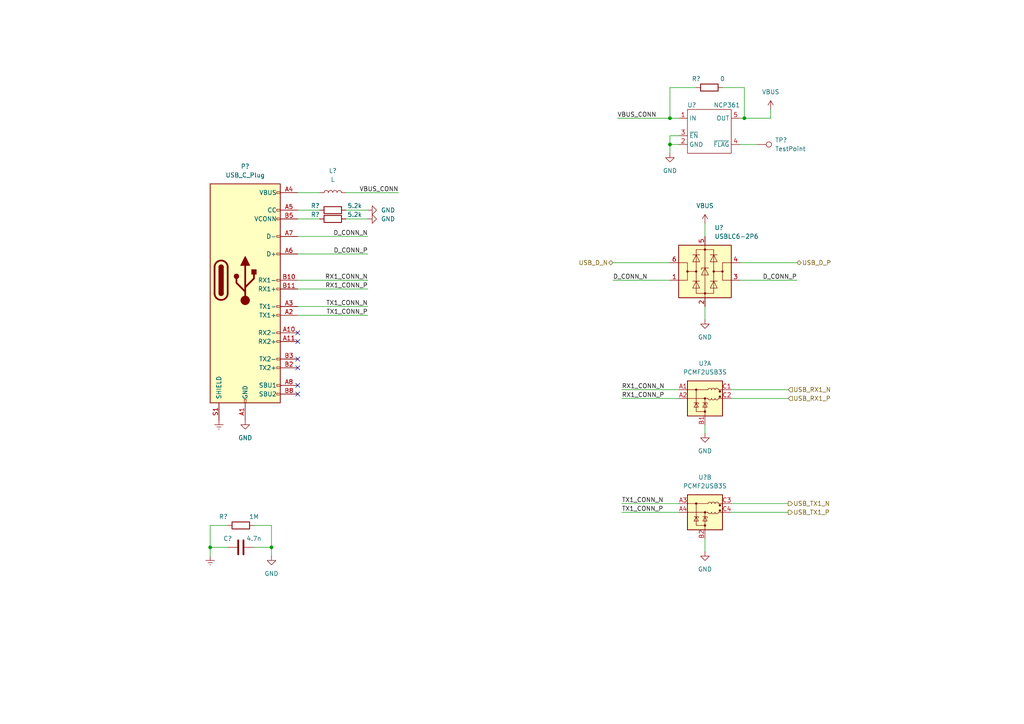
<source format=kicad_sch>
(kicad_sch (version 20211123) (generator eeschema)
  (paper "A4")
  (lib_symbols
    (symbol "Connector:TestPoint" (pin_numbers hide) (pin_names (offset 0.762) hide)
      (property "Reference" "TP" (at 0 6.858 0))
      (property "Value" "TestPoint" (at 0 5.08 0))
      (symbol "TestPoint_0_1"
        (circle (center 0 3.302) (radius 0.762))
      )
      (symbol "TestPoint_1_1"
        (pin passive line (at 0 0 90) (length 2.54) (name "1") (number "1"))
      )
    )
    (symbol "Connector:USB_C_Plug" (pin_names (offset 1.016))
      (property "Reference" "P" (at -10.16 29.21 0))
      (property "Value" "USB_C_Plug" (at 10.16 29.21 0))
      (symbol "USB_C_Plug_0_0"
        (rectangle (start -0.254 -35.56) (end 0.254 -34.544))
        (rectangle (start 10.16 -32.766) (end 9.144 -33.274))
        (rectangle (start 10.16 -30.226) (end 9.144 -30.734))
        (rectangle (start 10.16 -25.146) (end 9.144 -25.654))
        (rectangle (start 10.16 -22.606) (end 9.144 -23.114))
        (rectangle (start 10.16 -17.526) (end 9.144 -18.034))
        (rectangle (start 10.16 -14.986) (end 9.144 -15.494))
        (rectangle (start 10.16 -9.906) (end 9.144 -10.414))
        (rectangle (start 10.16 -7.366) (end 9.144 -7.874))
        (rectangle (start 10.16 -2.286) (end 9.144 -2.794))
        (rectangle (start 10.16 0.254) (end 9.144 -0.254))
        (rectangle (start 10.16 7.874) (end 9.144 7.366))
        (rectangle (start 10.16 12.954) (end 9.144 12.446))
        (rectangle (start 10.16 18.034) (end 9.144 17.526))
        (rectangle (start 10.16 20.574) (end 9.144 20.066))
        (rectangle (start 10.16 25.654) (end 9.144 25.146))
      )
      (symbol "USB_C_Plug_0_1"
        (rectangle (start -10.16 27.94) (end 10.16 -35.56) (stroke (width 0.254)) (fill (type background)))
        (arc (start -8.89 -3.81) (mid -6.985 -5.715) (end -5.08 -3.81) (stroke (width 0.508)))
        (arc (start -7.62 -3.81) (mid -6.985 -4.445) (end -6.35 -3.81) (stroke (width 0.254)))
        (arc (start -7.62 -3.81) (mid -6.985 -4.445) (end -6.35 -3.81) (stroke (width 0.254)) (fill (type outline)))
        (rectangle (start -7.62 -3.81) (end -6.35 3.81) (stroke (width 0.254)) (fill (type outline)))
        (arc (start -6.35 3.81) (mid -6.985 4.445) (end -7.62 3.81) (stroke (width 0.254)))
        (arc (start -6.35 3.81) (mid -6.985 4.445) (end -7.62 3.81) (stroke (width 0.254)) (fill (type outline)))
        (arc (start -5.08 3.81) (mid -6.985 5.715) (end -8.89 3.81) (stroke (width 0.508)))
        (polyline (pts (xy -8.89 -3.81) (xy -8.89 3.81)) (stroke (width 0.508)))
        (polyline (pts (xy -5.08 3.81) (xy -5.08 -3.81)) (stroke (width 0.508)))
      )
      (symbol "USB_C_Plug_1_1"
        (circle (center -2.54 1.143) (radius 0.635) (stroke (width 0.254)) (fill (type outline)))
        (circle (center 0 -5.842) (radius 1.27) (fill (type outline)))
        (polyline (pts (xy 0 -5.842) (xy 0 4.318)) (stroke (width 0.508)))
        (polyline (pts (xy 0 -3.302) (xy -2.54 -0.762) (xy -2.54 0.508)) (stroke (width 0.508)))
        (polyline (pts (xy 0 -2.032) (xy 2.54 0.508) (xy 2.54 1.778)) (stroke (width 0.508)))
        (polyline (pts (xy -1.27 4.318) (xy 0 6.858) (xy 1.27 4.318) (xy -1.27 4.318)) (stroke (width 0.254)) (fill (type outline)))
        (rectangle (start 1.905 1.778) (end 3.175 3.048) (stroke (width 0.254)) (fill (type outline)))
        (pin passive line (at 0 -40.64 90) (length 5.08) (name "GND") (number "A1"))
        (pin bidirectional line (at 15.24 -15.24 180) (length 5.08) (name "RX2-") (number "A10"))
        (pin bidirectional line (at 15.24 -17.78 180) (length 5.08) (name "RX2+") (number "A11"))
        (pin passive line (at 0 -40.64 90) (length 5.08) hide (name "GND") (number "A12"))
        (pin bidirectional line (at 15.24 -10.16 180) (length 5.08) (name "TX1+") (number "A2"))
        (pin bidirectional line (at 15.24 -7.62 180) (length 5.08) (name "TX1-") (number "A3"))
        (pin passive line (at 15.24 25.4 180) (length 5.08) (name "VBUS") (number "A4"))
        (pin bidirectional line (at 15.24 20.32 180) (length 5.08) (name "CC") (number "A5"))
        (pin bidirectional line (at 15.24 7.62 180) (length 5.08) (name "D+") (number "A6"))
        (pin bidirectional line (at 15.24 12.7 180) (length 5.08) (name "D-") (number "A7"))
        (pin bidirectional line (at 15.24 -30.48 180) (length 5.08) (name "SBU1") (number "A8"))
        (pin passive line (at 15.24 25.4 180) (length 5.08) hide (name "VBUS") (number "A9"))
        (pin passive line (at 0 -40.64 90) (length 5.08) hide (name "GND") (number "B1"))
        (pin bidirectional line (at 15.24 0 180) (length 5.08) (name "RX1-") (number "B10"))
        (pin bidirectional line (at 15.24 -2.54 180) (length 5.08) (name "RX1+") (number "B11"))
        (pin passive line (at 0 -40.64 90) (length 5.08) hide (name "GND") (number "B12"))
        (pin bidirectional line (at 15.24 -25.4 180) (length 5.08) (name "TX2+") (number "B2"))
        (pin bidirectional line (at 15.24 -22.86 180) (length 5.08) (name "TX2-") (number "B3"))
        (pin passive line (at 15.24 25.4 180) (length 5.08) hide (name "VBUS") (number "B4"))
        (pin bidirectional line (at 15.24 17.78 180) (length 5.08) (name "VCONN") (number "B5"))
        (pin bidirectional line (at 15.24 -33.02 180) (length 5.08) (name "SBU2") (number "B8"))
        (pin passive line (at 15.24 25.4 180) (length 5.08) hide (name "VBUS") (number "B9"))
        (pin passive line (at -7.62 -40.64 90) (length 5.08) (name "SHIELD") (number "S1"))
      )
    )
    (symbol "Device:C" (pin_numbers hide) (pin_names (offset 0.254))
      (property "Reference" "C" (at 0.635 2.54 0))
      (property "Value" "C" (at 0.635 -2.54 0))
      (symbol "C_0_1"
        (polyline (pts (xy -2.032 -0.762) (xy 2.032 -0.762)) (stroke (width 0.508)))
        (polyline (pts (xy -2.032 0.762) (xy 2.032 0.762)) (stroke (width 0.508)))
      )
      (symbol "C_1_1"
        (pin passive line (at 0 3.81 270) (length 2.794) (name "~") (number "1"))
        (pin passive line (at 0 -3.81 90) (length 2.794) (name "~") (number "2"))
      )
    )
    (symbol "Device:L" (pin_numbers hide) (pin_names (offset 1.016) hide)
      (property "Reference" "L" (at -1.27 0 90))
      (property "Value" "L" (at 1.905 0 90))
      (symbol "L_0_1"
        (arc (start 0 -2.54) (mid 0.635 -1.905) (end 0 -1.27))
        (arc (start 0 -1.27) (mid 0.635 -0.635) (end 0 0))
        (arc (start 0 0) (mid 0.635 0.635) (end 0 1.27))
        (arc (start 0 1.27) (mid 0.635 1.905) (end 0 2.54))
      )
      (symbol "L_1_1"
        (pin passive line (at 0 3.81 270) (length 1.27) (name "1") (number "1"))
        (pin passive line (at 0 -3.81 90) (length 1.27) (name "2") (number "2"))
      )
    )
    (symbol "Device:R" (pin_numbers hide) (pin_names (offset 0))
      (property "Reference" "R" (at 2.032 0 90))
      (property "Value" "R" (at 0 0 90))
      (symbol "R_0_1"
        (rectangle (start -1.016 -2.54) (end 1.016 2.54) (stroke (width 0.254)))
      )
      (symbol "R_1_1"
        (pin passive line (at 0 3.81 270) (length 1.27) (name "~") (number "1"))
        (pin passive line (at 0 -3.81 90) (length 1.27) (name "~") (number "2"))
      )
    )
    (symbol "Power_Protection:USBLC6-2P6" (pin_names hide)
      (property "Reference" "U" (at 2.54 8.89 0))
      (property "Value" "USBLC6-2P6" (at 2.54 -8.89 0))
      (symbol "USBLC6-2P6_0_1"
        (rectangle (start -7.62 -7.62) (end 7.62 7.62) (stroke (width 0.254)) (fill (type background)))
        (circle (center -5.08 0) (radius 0.254) (fill (type outline)))
        (circle (center -2.54 0) (radius 0.254) (fill (type outline)))
        (rectangle (start -2.54 6.35) (end 2.54 -6.35))
        (circle (center 0 -6.35) (radius 0.254) (fill (type outline)))
        (polyline (pts (xy -5.08 -2.54) (xy -7.62 -2.54)))
        (polyline (pts (xy -5.08 0) (xy -5.08 -2.54)))
        (polyline (pts (xy -5.08 2.54) (xy -7.62 2.54)))
        (polyline (pts (xy -1.524 -2.794) (xy -3.556 -2.794)))
        (polyline (pts (xy -1.524 4.826) (xy -3.556 4.826)))
        (polyline (pts (xy 0 -7.62) (xy 0 -6.35)))
        (polyline (pts (xy 0 -6.35) (xy 0 1.27)))
        (polyline (pts (xy 0 1.27) (xy 0 6.35)))
        (polyline (pts (xy 0 6.35) (xy 0 7.62)))
        (polyline (pts (xy 1.524 -2.794) (xy 3.556 -2.794)))
        (polyline (pts (xy 1.524 4.826) (xy 3.556 4.826)))
        (polyline (pts (xy 5.08 -2.54) (xy 7.62 -2.54)))
        (polyline (pts (xy 5.08 0) (xy 5.08 -2.54)))
        (polyline (pts (xy 5.08 2.54) (xy 7.62 2.54)))
        (polyline (pts (xy -2.54 0) (xy -5.08 0) (xy -5.08 2.54)))
        (polyline (pts (xy 2.54 0) (xy 5.08 0) (xy 5.08 2.54)))
        (polyline (pts (xy -3.556 -4.826) (xy -1.524 -4.826) (xy -2.54 -2.794) (xy -3.556 -4.826)))
        (polyline (pts (xy -3.556 2.794) (xy -1.524 2.794) (xy -2.54 4.826) (xy -3.556 2.794)))
        (polyline (pts (xy -1.016 -1.016) (xy 1.016 -1.016) (xy 0 1.016) (xy -1.016 -1.016)))
        (polyline (pts (xy 1.016 1.016) (xy 0.762 1.016) (xy -1.016 1.016) (xy -1.016 0.508)))
        (polyline (pts (xy 3.556 -4.826) (xy 1.524 -4.826) (xy 2.54 -2.794) (xy 3.556 -4.826)))
        (polyline (pts (xy 3.556 2.794) (xy 1.524 2.794) (xy 2.54 4.826) (xy 3.556 2.794)))
        (circle (center 0 6.35) (radius 0.254) (fill (type outline)))
        (circle (center 2.54 0) (radius 0.254) (fill (type outline)))
        (circle (center 5.08 0) (radius 0.254) (fill (type outline)))
      )
      (symbol "USBLC6-2P6_1_1"
        (pin passive line (at -10.16 -2.54 0) (length 2.54) (name "I/O1") (number "1"))
        (pin passive line (at 0 -10.16 90) (length 2.54) (name "GND") (number "2"))
        (pin passive line (at 10.16 -2.54 180) (length 2.54) (name "I/O2") (number "3"))
        (pin passive line (at 10.16 2.54 180) (length 2.54) (name "I/O2") (number "4"))
        (pin passive line (at 0 10.16 270) (length 2.54) (name "VBUS") (number "5"))
        (pin passive line (at -10.16 2.54 0) (length 2.54) (name "I/O1") (number "6"))
      )
    )
    (symbol "power:Earth" (power) (pin_names (offset 0))
      (symbol "Earth_0_1"
        (polyline (pts (xy -0.635 -1.905) (xy 0.635 -1.905)))
        (polyline (pts (xy -0.127 -2.54) (xy 0.127 -2.54)))
        (polyline (pts (xy 0 -1.27) (xy 0 0)))
        (polyline (pts (xy 1.27 -1.27) (xy -1.27 -1.27)))
      )
      (symbol "Earth_1_1"
        (pin power_in line (at 0 0 270) (length 0) hide (name "Earth") (number "1"))
      )
    )
    (symbol "power:GND" (power) (pin_names (offset 0))
      (property "Value" "GND" (at 0 -3.81 0))
      (symbol "GND_0_1"
        (polyline (pts (xy 0 0) (xy 0 -1.27) (xy 1.27 -1.27) (xy 0 -2.54) (xy -1.27 -1.27) (xy 0 -1.27)))
      )
      (symbol "GND_1_1"
        (pin power_in line (at 0 0 270) (length 0) hide (name "GND") (number "1"))
      )
    )
    (symbol "power:VBUS" (power) (pin_names (offset 0))
      (property "Value" "VBUS" (at 0 3.81 0))
      (symbol "VBUS_0_1"
        (polyline (pts (xy -0.762 1.27) (xy 0 2.54)))
        (polyline (pts (xy 0 0) (xy 0 2.54)))
        (polyline (pts (xy 0 2.54) (xy 0.762 1.27)))
      )
      (symbol "VBUS_1_1"
        (pin power_in line (at 0 0 90) (length 0) hide (name "VBUS") (number "1"))
      )
    )
    (symbol "samaritan:NCP361"
      (property "Reference" "U" (at -5.08 5.08 0))
      (property "Value" "NCP361" (at 7.62 5.08 0))
      (symbol "NCP361_0_1"
        (rectangle (start -5.08 2.54) (end 7.62 -10.16))
      )
      (symbol "NCP361_1_1"
        (pin power_in line (at -7.62 0 0) (length 2.54) (name "IN") (number "1"))
        (pin power_in line (at -7.62 -7.62 0) (length 2.54) (name "GND") (number "2"))
        (pin input line (at -7.62 -5.08 0) (length 2.54) (name "~{EN}") (number "3"))
        (pin open_collector line (at 10.16 -7.62 180) (length 2.54) (name "~{FLAG}") (number "4"))
        (pin power_out line (at 10.16 0 180) (length 2.54) (name "OUT") (number "5"))
      )
    )
    (symbol "samaritan:PCMF2USB3S" (pin_names hide)
      (property "Reference" "U" (at -5.08 7.62 0))
      (property "Value" "PCMF2USB3S" (at 7.62 7.62 0))
      (symbol "PCMF2USB3S_0_1"
        (rectangle (start -5.08 5.08) (end 5.08 -5.08) (stroke (width 0.254)) (fill (type background)))
        (polyline (pts (xy -5.08 0) (xy 0.889 0)))
        (polyline (pts (xy -5.08 2.54) (xy 0.889 2.54)))
        (polyline (pts (xy -2.54 2.54) (xy -2.54 -3.81)))
        (polyline (pts (xy 0 0) (xy 0 -5.08)))
        (polyline (pts (xy 5.08 0) (xy 3.937 0)))
        (polyline (pts (xy 5.08 2.54) (xy 3.937 2.54)))
        (arc (start 0.889 0.0377) (mid 1.397 -0.5094) (end 1.905 0.0377))
        (arc (start 1.905 0.0377) (mid 2.413 -0.5094) (end 2.921 0.0377))
        (arc (start 1.905 2.5023) (mid 1.397 3.0494) (end 0.889 2.5023))
        (arc (start 2.921 0.0377) (mid 3.429 -0.5094) (end 3.937 0.0377))
        (arc (start 2.921 2.5023) (mid 2.413 3.0494) (end 1.905 2.5023))
        (arc (start 3.937 2.5023) (mid 3.429 3.0494) (end 2.921 2.5023))
      )
      (symbol "PCMF2USB3S_1_1"
        (circle (center -2.54 2.54) (radius 0.254) (fill (type outline)))
        (circle (center 0 -3.81) (radius 0.254) (fill (type outline)))
        (polyline (pts (xy 0 -3.81) (xy -2.54 -3.81)))
        (polyline (pts (xy -1.905 -1.651) (xy -1.905 -1.27) (xy -3.175 -1.27)))
        (polyline (pts (xy 0.635 -1.651) (xy 0.635 -1.27) (xy -0.635 -1.27)))
        (polyline (pts (xy -3.175 -2.54) (xy -1.905 -2.54) (xy -2.54 -1.27) (xy -3.175 -2.54)))
        (polyline (pts (xy -0.635 -2.54) (xy 0.635 -2.54) (xy 0 -1.27) (xy -0.635 -2.54)))
        (circle (center 0 0) (radius 0.254) (fill (type outline)))
        (circle (center 4.318 0.508) (radius 0.254) (fill (type outline)))
        (circle (center 4.318 2.032) (radius 0.254) (fill (type outline)))
        (pin passive line (at -7.62 2.54 0) (length 2.54) (name "CH2_IN+") (number "A1"))
        (pin passive line (at -7.62 0 0) (length 2.54) (name "CH2_IN-") (number "A2"))
        (pin power_in line (at 0 -7.62 90) (length 2.54) (name "GND_CH2") (number "B1"))
        (pin passive line (at 7.62 2.54 180) (length 2.54) (name "CH2_OUT+") (number "C1"))
        (pin passive line (at 7.62 0 180) (length 2.54) (name "CH2_OUT-") (number "C2"))
      )
      (symbol "PCMF2USB3S_2_1"
        (circle (center -2.54 2.54) (radius 0.254) (fill (type outline)))
        (circle (center 0 -3.81) (radius 0.254) (fill (type outline)))
        (polyline (pts (xy 0 -3.81) (xy -2.54 -3.81)))
        (polyline (pts (xy -1.905 -1.651) (xy -1.905 -1.27) (xy -3.175 -1.27)))
        (polyline (pts (xy 0.635 -1.651) (xy 0.635 -1.27) (xy -0.635 -1.27)))
        (polyline (pts (xy -3.175 -2.54) (xy -1.905 -2.54) (xy -2.54 -1.27) (xy -3.175 -2.54)))
        (polyline (pts (xy -0.635 -2.54) (xy 0.635 -2.54) (xy 0 -1.27) (xy -0.635 -2.54)))
        (circle (center 0 0) (radius 0.254) (fill (type outline)))
        (circle (center 4.318 0.508) (radius 0.254) (fill (type outline)))
        (circle (center 4.318 2.032) (radius 0.254) (fill (type outline)))
        (pin passive line (at -7.62 2.54 0) (length 2.54) (name "CH2_IN+") (number "A3"))
        (pin passive line (at -7.62 0 0) (length 2.54) (name "CH2_IN-") (number "A4"))
        (pin power_in line (at 0 -7.62 90) (length 2.54) (name "GND_CH2") (number "B2"))
        (pin passive line (at 7.62 2.54 180) (length 2.54) (name "CH2_OUT+") (number "C3"))
        (pin passive line (at 7.62 0 180) (length 2.54) (name "CH2_OUT-") (number "C4"))
      )
    )
  )
  (junction (at 194.31 34.29))
  (junction (at 60.96 158.75))
  (junction (at 215.9 34.29))
  (junction (at 78.74 158.75))
  (junction (at 194.31 41.91))
  (no_connect (at 86.36 96.52))
  (no_connect (at 86.36 99.06))
  (no_connect (at 86.36 114.3))
  (no_connect (at 86.36 106.68))
  (no_connect (at 86.36 111.76))
  (no_connect (at 86.36 104.14))
  (wire (pts (xy 180.34 146.05) (xy 196.85 146.05)))
  (wire (pts (xy 194.31 41.91) (xy 194.31 44.45)))
  (wire (pts (xy 204.47 88.9) (xy 204.47 92.71)))
  (wire (pts (xy 196.85 39.37) (xy 194.31 39.37)))
  (wire (pts (xy 204.47 123.19) (xy 204.47 125.73)))
  (wire (pts (xy 73.66 152.4) (xy 78.74 152.4)))
  (wire (pts (xy 204.47 64.77) (xy 204.47 68.58)))
  (wire (pts (xy 209.55 25.4) (xy 215.9 25.4)))
  (wire (pts (xy 179.07 34.29) (xy 194.31 34.29)))
  (wire (pts (xy 60.96 152.4) (xy 60.96 158.75)))
  (wire (pts (xy 60.96 158.75) (xy 60.96 161.29)))
  (wire (pts (xy 73.66 158.75) (xy 78.74 158.75)))
  (wire (pts (xy 86.36 60.96) (xy 92.71 60.96)))
  (wire (pts (xy 86.36 68.58) (xy 106.68 68.58)))
  (wire (pts (xy 86.36 55.88) (xy 92.71 55.88)))
  (wire (pts (xy 78.74 158.75) (xy 78.74 161.29)))
  (wire (pts (xy 214.63 41.91) (xy 219.71 41.91)))
  (wire (pts (xy 212.09 148.59) (xy 228.6 148.59)))
  (wire (pts (xy 100.33 63.5) (xy 106.68 63.5)))
  (wire (pts (xy 177.8 76.2) (xy 194.31 76.2)))
  (wire (pts (xy 215.9 25.4) (xy 215.9 34.29)))
  (wire (pts (xy 194.31 25.4) (xy 194.31 34.29)))
  (wire (pts (xy 194.31 41.91) (xy 196.85 41.91)))
  (wire (pts (xy 86.36 91.44) (xy 106.68 91.44)))
  (wire (pts (xy 214.63 81.28) (xy 231.14 81.28)))
  (wire (pts (xy 201.93 25.4) (xy 194.31 25.4)))
  (wire (pts (xy 86.36 73.66) (xy 106.68 73.66)))
  (wire (pts (xy 66.04 152.4) (xy 60.96 152.4)))
  (wire (pts (xy 86.36 83.82) (xy 106.68 83.82)))
  (wire (pts (xy 180.34 148.59) (xy 196.85 148.59)))
  (wire (pts (xy 194.31 39.37) (xy 194.31 41.91)))
  (wire (pts (xy 223.52 34.29) (xy 223.52 31.75)))
  (wire (pts (xy 194.31 34.29) (xy 196.85 34.29)))
  (wire (pts (xy 78.74 152.4) (xy 78.74 158.75)))
  (wire (pts (xy 212.09 115.57) (xy 228.6 115.57)))
  (wire (pts (xy 177.8 81.28) (xy 194.31 81.28)))
  (wire (pts (xy 100.33 60.96) (xy 106.68 60.96)))
  (wire (pts (xy 100.33 55.88) (xy 115.57 55.88)))
  (wire (pts (xy 86.36 63.5) (xy 92.71 63.5)))
  (wire (pts (xy 86.36 81.28) (xy 106.68 81.28)))
  (wire (pts (xy 180.34 115.57) (xy 196.85 115.57)))
  (wire (pts (xy 215.9 34.29) (xy 223.52 34.29)))
  (wire (pts (xy 180.34 113.03) (xy 196.85 113.03)))
  (wire (pts (xy 214.63 76.2) (xy 231.14 76.2)))
  (wire (pts (xy 212.09 146.05) (xy 228.6 146.05)))
  (wire (pts (xy 86.36 88.9) (xy 106.68 88.9)))
  (wire (pts (xy 204.47 156.21) (xy 204.47 160.02)))
  (wire (pts (xy 214.63 34.29) (xy 215.9 34.29)))
  (wire (pts (xy 212.09 113.03) (xy 228.6 113.03)))
  (wire (pts (xy 60.96 158.75) (xy 66.04 158.75)))
  (label "RX1_CONN_N" (at 106.68 81.28 180))
  (label "RX1_CONN_N" (at 180.34 113.03 0))
  (label "TX1_CONN_N" (at 106.68 88.9 180))
  (label "RX1_CONN_P" (at 180.34 115.57 0))
  (label "D_CONN_N" (at 177.8 81.28 0))
  (label "D_CONN_P" (at 231.14 81.28 180))
  (label "TX1_CONN_P" (at 106.68 91.44 180))
  (label "VBUS_CONN" (at 115.57 55.88 180))
  (label "D_CONN_N" (at 106.68 68.58 180))
  (label "RX1_CONN_P" (at 106.68 83.82 180))
  (label "TX1_CONN_N" (at 180.34 146.05 0))
  (label "VBUS_CONN" (at 179.07 34.29 0))
  (label "D_CONN_P" (at 106.68 73.66 180))
  (label "TX1_CONN_P" (at 180.34 148.59 0))
  (hierarchical_label "USB_TX1_N" (shape output) (at 228.6 146.05 0))
  (hierarchical_label "USB_RX1_N" (shape input) (at 228.6 113.03 0))
  (hierarchical_label "USB_D_P" (shape bidirectional) (at 231.14 76.2 0))
  (hierarchical_label "USB_TX1_P" (shape output) (at 228.6 148.59 0))
  (hierarchical_label "USB_RX1_P" (shape input) (at 228.6 115.57 0))
  (hierarchical_label "USB_D_N" (shape bidirectional) (at 177.8 76.2 180))
  (symbol (lib_id "Device:R") (at 96.52 63.5 90) (unit 1)
    (property "Reference" "R?" (at 91.44 62.23 90))
    (property "Value" "5.2k" (at 102.87 62.23 90))
    (property "Footprint" "Resistor_SMD:R_0603_1608Metric" (effects hide))
  )
  (symbol (lib_id "power:GND") (at 71.12 121.92 0) (unit 1)
    (property "Reference" "#PWR?" (effects hide))
    (property "Value" "GND" (at 71.12 127 0))
  )
  (symbol (lib_id "power:VBUS") (at 204.47 64.77 0) (unit 1)
    (property "Reference" "#PWR?" (effects hide))
    (property "Value" "VBUS" (at 204.47 59.69 0))
  )
  (symbol (lib_id "power:GND") (at 204.47 160.02 0) (unit 1)
    (property "Reference" "#PWR?" (effects hide))
    (property "Value" "GND" (at 204.47 165.1 0))
  )
  (symbol (lib_id "power:VBUS") (at 223.52 31.75 0) (unit 1)
    (property "Reference" "#PWR?" (effects hide))
    (property "Value" "VBUS" (at 223.52 26.67 0))
  )
  (symbol (lib_id "Device:L") (at 96.52 55.88 90) (unit 1)
    (property "Reference" "L?" (at 96.52 49.53 90))
    (property "Value" "L" (at 96.52 52.07 90))
    (property "Footprint" "Inductor_SMD:L_0603_1608Metric" (effects hide))
  )
  (symbol (lib_id "power:Earth") (at 60.96 161.29 0) (unit 1)
    (property "Reference" "#PWR?" (effects hide))
    (property "Value" "Earth" (effects hide))
  )
  (symbol (lib_id "Device:R") (at 69.85 152.4 270) (unit 1)
    (property "Reference" "R?" (at 64.77 149.86 90))
    (property "Value" "1M" (at 73.66 149.86 90))
    (property "Footprint" "Resistor_SMD:R_0603_1608Metric" (effects hide))
  )
  (symbol (lib_id "samaritan:PCMF2USB3S") (at 204.47 148.59 0) (unit 2)
    (property "Reference" "U?" (at 204.47 138.43 0))
    (property "Value" "PCMF2USB3S" (at 204.47 140.97 0))
    (property "Footprint" "samaritan:Nexperia_WLCSP-10_4-2-4_1.57x1.17mm_Layout6x3_P0.4mm" (effects hide))
  )
  (symbol (lib_id "Power_Protection:USBLC6-2P6") (at 204.47 78.74 0) (unit 1)
    (property "Reference" "U?" (at 207.2387 66.04 0) (effects (justify left)))
    (property "Value" "USBLC6-2P6" (at 207.2387 68.58 0) (effects (justify left)))
    (property "Footprint" "Package_TO_SOT_SMD:SOT-666" (effects hide))
    (property "Datasheet" "https://www.st.com/resource/en/datasheet/usblc6-2.pdf" (effects hide))
  )
  (symbol (lib_id "samaritan:NCP361") (at 204.47 34.29 0) (unit 1)
    (property "Reference" "U?" (at 200.66 30.48 0))
    (property "Value" "NCP361" (at 210.82 30.48 0))
    (property "Footprint" "samaritan:udfn-6_2x2" (effects hide))
  )
  (symbol (lib_id "power:GND") (at 106.68 60.96 90) (unit 1)
    (property "Reference" "#PWR?" (effects hide))
    (property "Value" "GND" (at 110.49 60.9599 90) (effects (justify right)))
  )
  (symbol (lib_id "samaritan:PCMF2USB3S") (at 204.47 115.57 0) (unit 1)
    (property "Reference" "U?" (at 204.47 105.41 0))
    (property "Value" "PCMF2USB3S" (at 204.47 107.95 0))
    (property "Footprint" "samaritan:Nexperia_WLCSP-10_4-2-4_1.57x1.17mm_Layout6x3_P0.4mm" (effects hide))
  )
  (symbol (lib_id "power:GND") (at 194.31 44.45 0) (unit 1)
    (property "Reference" "#PWR?" (effects hide))
    (property "Value" "GND" (at 194.31 49.53 0))
  )
  (symbol (lib_id "power:GND") (at 204.47 125.73 0) (unit 1)
    (property "Reference" "#PWR?" (effects hide))
    (property "Value" "GND" (at 204.47 130.81 0))
  )
  (symbol (lib_id "Connector:USB_C_Plug") (at 71.12 81.28 0) (unit 1)
    (property "Reference" "P?" (at 71.12 48.26 0))
    (property "Value" "USB_C_Plug" (at 71.12 50.8 0))
    (property "Footprint" "Connector_USB:USB_C_Receptacle_GCT_USB4105-xx-A_16P_TopMnt_Horizontal" (effects hide))
    (property "Datasheet" "https://www.usb.org/sites/default/files/documents/usb_type-c.zip" (effects hide))
  )
  (symbol (lib_id "power:GND") (at 204.47 92.71 0) (unit 1)
    (property "Reference" "#PWR?" (effects hide))
    (property "Value" "GND" (at 204.47 97.79 0))
  )
  (symbol (lib_id "power:GND") (at 106.68 63.5 90) (unit 1)
    (property "Reference" "#PWR?" (effects hide))
    (property "Value" "GND" (at 110.49 63.4999 90) (effects (justify right)))
  )
  (symbol (lib_id "power:GND") (at 78.74 161.29 0) (unit 1)
    (property "Reference" "#PWR?" (effects hide))
    (property "Value" "GND" (at 78.74 166.37 0))
  )
  (symbol (lib_id "Device:R") (at 96.52 60.96 90) (unit 1)
    (property "Reference" "R?" (at 91.44 59.69 90))
    (property "Value" "5.2k" (at 102.87 59.69 90))
    (property "Footprint" "Resistor_SMD:R_0603_1608Metric" (effects hide))
  )
  (symbol (lib_id "Connector:TestPoint") (at 219.71 41.91 270) (unit 1)
    (property "Reference" "TP?" (at 224.79 40.6399 90) (effects (justify left)))
    (property "Value" "TestPoint" (at 224.79 43.1799 90) (effects (justify left)))
  )
  (symbol (lib_id "Device:R") (at 205.74 25.4 90) (unit 1)
    (property "Reference" "R?" (at 201.93 22.86 90))
    (property "Value" "0" (at 209.55 22.86 90))
  )
  (symbol (lib_id "Device:C") (at 69.85 158.75 90) (unit 1)
    (property "Reference" "C?" (at 66.04 156.21 90))
    (property "Value" "4.7n" (at 73.66 156.21 90))
  )
  (symbol (lib_id "power:Earth") (at 63.5 121.92 0) (unit 1)
    (property "Reference" "#PWR?" (effects hide))
    (property "Value" "Earth" (effects hide))
  )
)
</source>
